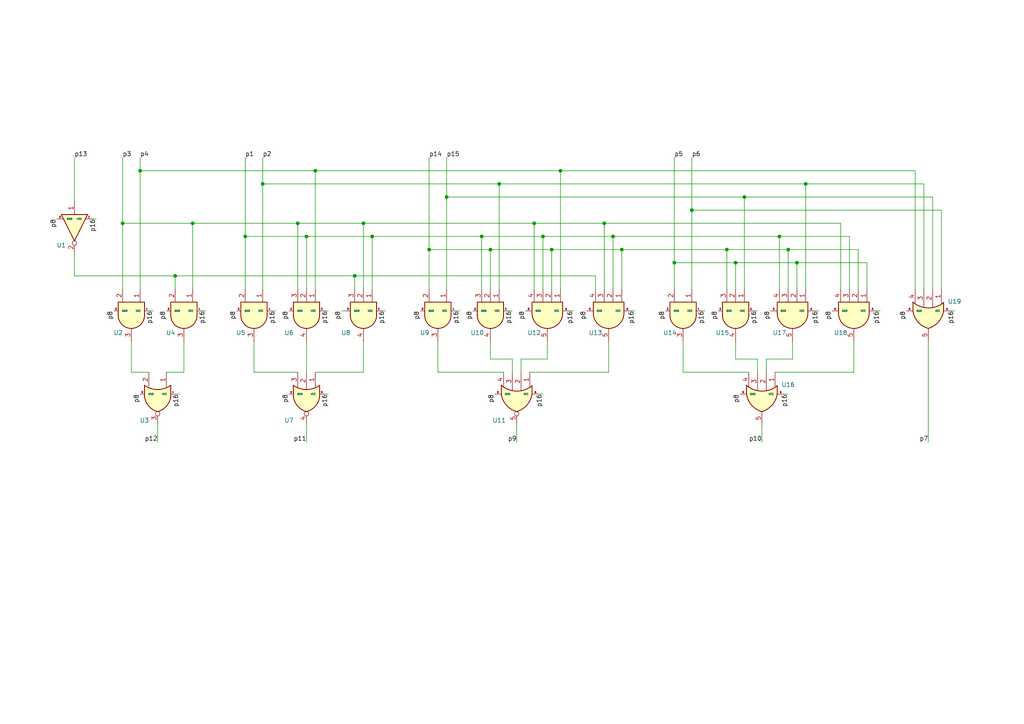
<source format=kicad_sch>
(kicad_sch (version 20231120) (generator "eeschema") (generator_version "8.0")
  (paper "A4")
  (lib_symbols
    (symbol "SimCad:AND2" (pin_names (offset 1.016))
      (property "Reference" "U" (at 2.54 5.08 0))
      (symbol "AND2_1_1"
        (polyline (pts (xy 1.27 3.81) (xy -2.54 3.81) (xy -2.54 -3.81) (xy 1.27 -3.81)) (stroke (width 0.254)) (fill (type background)))
        (arc (start 1.27 -3.81) (mid 5.08 0) (end 1.27 3.81) (stroke (width 0.254)) (fill (type background)))
        (pin input line (at 0 -5.08 90) (length 1.27) (name "GND") (number "0"))
        (pin input line (at -6.35 2.54 0) (length 3.81) (name "~") (number "1"))
        (pin input line (at -6.35 -2.54 0) (length 3.81) (name "~") (number "2"))
        (pin output line (at 8.89 0 180) (length 3.81) (name "~") (number "3"))
        (pin input line (at 0 5.08 270) (length 1.27) (name "VCC") (number "4"))
      )
    )
    (symbol "SimCad:AND3" (pin_names (offset 1.016))
      (property "Reference" "U" (at 2.54 5.08 0))
      (symbol "AND3_1_1"
        (polyline (pts (xy 1.27 3.81) (xy -2.54 3.81) (xy -2.54 -3.81) (xy 1.27 -3.81)) (stroke (width 0.254)) (fill (type background)))
        (arc (start 1.27 -3.81) (mid 5.08 0) (end 1.27 3.81) (stroke (width 0.254)) (fill (type background)))
        (pin input line (at 0 -5.08 90) (length 1.27) (name "GND") (number "0"))
        (pin input line (at -6.35 2.54 0) (length 3.81) (name "~") (number "1"))
        (pin input line (at -6.35 0 0) (length 3.81) (name "~") (number "2"))
        (pin input line (at -6.35 -2.54 0) (length 3.81) (name "~") (number "3"))
        (pin output line (at 8.89 0 180) (length 3.81) (name "~") (number "4"))
        (pin input line (at 0 5.08 270) (length 1.27) (name "VCC") (number "5"))
      )
    )
    (symbol "SimCad:AND4" (pin_names (offset 1.016))
      (property "Reference" "U" (at 2.54 6.35 0))
      (symbol "AND4_1_1"
        (polyline (pts (xy 0.635 4.445) (xy -2.54 4.445) (xy -2.54 -4.445) (xy 0.635 -4.445)) (stroke (width 0.254)) (fill (type background)))
        (arc (start 0.635 -4.445) (mid 5.08 0) (end 0.635 4.445) (stroke (width 0.254)) (fill (type background)))
        (pin input line (at 0 -6.35 90) (length 1.8034) (name "GND") (number "0"))
        (pin input line (at -6.35 3.81 0) (length 3.81) (name "~") (number "1"))
        (pin input line (at -6.35 1.27 0) (length 3.81) (name "~") (number "2"))
        (pin input line (at -6.35 -1.27 0) (length 3.81) (name "~") (number "3"))
        (pin input line (at -6.35 -3.81 0) (length 3.81) (name "~") (number "4"))
        (pin output line (at 8.89 0 180) (length 3.81) (name "~") (number "5"))
        (pin input line (at 0 6.35 270) (length 1.8034) (name "VCC") (number "6"))
      )
    )
    (symbol "SimCad:INV" (pin_names (offset 1.016))
      (property "Reference" "U" (at 2.54 5.08 0))
      (symbol "INV_1_1"
        (polyline (pts (xy -1.27 3.81) (xy -1.27 -3.81) (xy 6.35 0) (xy -1.27 3.81)) (stroke (width 0.254)) (fill (type background)))
        (pin input line (at 0 -5.08 90) (length 1.8034) (name "GND") (number "0"))
        (pin input line (at -5.08 0 0) (length 3.81) (name "~") (number "1"))
        (pin output inverted (at 10.16 0 180) (length 3.81) (name "~") (number "2"))
        (pin input line (at 0 5.08 270) (length 1.8034) (name "VCC") (number "3"))
      )
    )
    (symbol "SimCad:NOR2" (pin_names (offset 1.016))
      (property "Reference" "U" (at 2.54 5.08 0))
      (symbol "NOR2_1_1"
        (arc (start -2.54 -3.81) (mid -1.319 0) (end -2.54 3.81) (stroke (width 0.254)))
        (polyline (pts (xy -2.54 -3.81) (xy 0.635 -3.81)) (stroke (width 0.254)) (fill (type background)))
        (polyline (pts (xy -2.54 3.81) (xy 0.635 3.81)) (stroke (width 0.254)) (fill (type background)))
        (polyline (pts (xy 0.635 3.81) (xy -2.54 3.81) (xy -2.54 3.81) (xy -2.286 3.4036) (xy -1.7526 2.2606) (xy -1.4224 1.0414) (xy -1.3462 -0.254) (xy -1.4986 -1.4986) (xy -1.905 -2.7178) (xy -2.54 -3.81) (xy -2.54 -3.81) (xy 0.635 -3.81)) (stroke (width -25.4)) (fill (type background)))
        (arc (start 0.6604 -3.81) (mid 3.4542 -2.5851) (end 5.08 0) (stroke (width 0.254)) (fill (type background)))
        (arc (start 5.08 0) (mid 3.4615 2.5936) (end 0.6604 3.81) (stroke (width 0.254)) (fill (type background)))
        (pin input line (at 0 -5.08 90) (length 1.27) (name "GND") (number "0"))
        (pin input line (at -6.35 2.54 0) (length 4.318) (name "~") (number "1"))
        (pin input line (at -6.35 -2.54 0) (length 4.318) (name "~") (number "2"))
        (pin output inverted (at 8.89 0 180) (length 3.81) (name "~") (number "3"))
        (pin input line (at 0 5.08 270) (length 1.27) (name "VCC") (number "4"))
      )
    )
    (symbol "SimCad:NOR3" (pin_names (offset 1.016))
      (property "Reference" "U" (at 2.54 5.08 0))
      (symbol "NOR3_1_1"
        (arc (start -2.54 -3.81) (mid -1.319 0) (end -2.54 3.81) (stroke (width 0.254)))
        (polyline (pts (xy -2.54 -3.81) (xy 0.635 -3.81)) (stroke (width 0.254)) (fill (type background)))
        (polyline (pts (xy -2.54 3.81) (xy 0.635 3.81)) (stroke (width 0.254)) (fill (type background)))
        (polyline (pts (xy 0.635 3.81) (xy -2.54 3.81) (xy -2.54 3.81) (xy -2.286 3.4036) (xy -1.7526 2.2606) (xy -1.4224 1.0414) (xy -1.3462 -0.254) (xy -1.4986 -1.4986) (xy -1.905 -2.7178) (xy -2.54 -3.81) (xy -2.54 -3.81) (xy 0.635 -3.81)) (stroke (width -25.4)) (fill (type background)))
        (arc (start 0.6604 -3.81) (mid 3.4542 -2.5851) (end 5.08 0) (stroke (width 0.254)) (fill (type background)))
        (arc (start 5.08 0) (mid 3.4615 2.5936) (end 0.6604 3.81) (stroke (width 0.254)) (fill (type background)))
        (pin input line (at 0 -5.08 90) (length 1.27) (name "GND") (number "0"))
        (pin input line (at -6.35 2.54 0) (length 4.318) (name "~") (number "1"))
        (pin input line (at -6.35 0 0) (length 4.953) (name "~") (number "2"))
        (pin input line (at -6.35 -2.54 0) (length 4.318) (name "~") (number "3"))
        (pin output inverted (at 8.89 0 180) (length 3.81) (name "~") (number "4"))
        (pin input line (at 0 5.08 270) (length 1.27) (name "VCC") (number "5"))
      )
    )
    (symbol "SimCad:NOR4" (pin_names (offset 1.016))
      (property "Reference" "U" (at 2.54 6.35 0))
      (symbol "NOR4_0_1"
        (arc (start -2.54 -4.445) (mid -0.8518 -0.023) (end -2.413 4.445) (stroke (width 0.254)))
        (arc (start 0 -4.445) (mid 3.2076 -2.9869) (end 5.08 0) (stroke (width 0.254)) (fill (type background)))
        (polyline (pts (xy 0 -4.445) (xy -2.54 -4.445)) (stroke (width 0.254)))
        (polyline (pts (xy 0 4.445) (xy -2.413 4.445)) (stroke (width 0.254)))
        (polyline (pts (xy 0 4.445) (xy 0 -4.445) (xy -2.54 -4.445) (xy -1.651 -3.175) (xy -1.016 -1.397) (xy -0.889 -0.254) (xy -0.889 0.635) (xy -1.016 1.651) (xy -1.27 2.286) (xy -1.524 3.048) (xy -1.905 3.683) (xy -2.413 4.445) (xy 0 4.445)) (stroke (width -25.4)) (fill (type background)))
        (arc (start 5.08 0) (mid 3.1803 2.9562) (end 0 4.445) (stroke (width 0.254)) (fill (type background)))
      )
      (symbol "NOR4_1_1"
        (pin input line (at 0 -6.35 90) (length 1.8034) (name "GND") (number "0"))
        (pin input line (at -6.35 3.81 0) (length 4.2926) (name "~") (number "1"))
        (pin input line (at -6.35 1.27 0) (length 5.3086) (name "~") (number "2"))
        (pin input line (at -6.35 -1.27 0) (length 5.3086) (name "~") (number "3"))
        (pin input line (at -6.35 -3.81 0) (length 4.2926) (name "~") (number "4"))
        (pin output inverted (at 8.89 0 180) (length 3.81) (name "~") (number "5"))
        (pin input line (at 0 6.35 270) (length 1.8034) (name "VCC") (number "6"))
      )
    )
    (symbol "SimCad:OR4" (pin_names (offset 1.016))
      (property "Reference" "U" (at 2.54 6.35 0))
      (symbol "OR4_1_1"
        (arc (start -2.54 -4.445) (mid -0.8518 -0.023) (end -2.413 4.445) (stroke (width 0.254)))
        (arc (start 0 -4.445) (mid 3.2076 -2.9869) (end 5.08 0) (stroke (width 0.254)) (fill (type background)))
        (polyline (pts (xy 0 -4.445) (xy -2.54 -4.445)) (stroke (width 0.254)))
        (polyline (pts (xy 0 4.445) (xy -2.413 4.445)) (stroke (width 0.254)))
        (polyline (pts (xy 0 4.445) (xy 0 -4.445) (xy -2.54 -4.445) (xy -1.651 -3.175) (xy -1.016 -1.397) (xy -0.889 -0.254) (xy -0.889 0.635) (xy -1.016 1.651) (xy -1.27 2.286) (xy -1.524 3.048) (xy -1.905 3.683) (xy -2.413 4.445) (xy 0 4.445)) (stroke (width -25.4)) (fill (type background)))
        (arc (start 5.08 0) (mid 3.1803 2.9562) (end 0 4.445) (stroke (width 0.254)) (fill (type background)))
        (pin input line (at 0 -6.35 90) (length 1.8034) (name "GND") (number "0"))
        (pin input line (at -6.35 3.81 0) (length 4.2926) (name "~") (number "1"))
        (pin input line (at -6.35 1.27 0) (length 5.3086) (name "~") (number "2"))
        (pin input line (at -6.35 -1.27 0) (length 5.3086) (name "~") (number "3"))
        (pin input line (at -6.35 -3.81 0) (length 4.2926) (name "~") (number "4"))
        (pin output line (at 8.89 0 180) (length 3.81) (name "~") (number "5"))
        (pin input line (at 0 6.35 270) (length 1.8034) (name "VCC") (number "6"))
      )
    )
  )
  (junction (at 154.94 64.77))
  (junction (at 162.56 49.53))
  (junction (at 228.6 72.39))
  (junction (at 195.58 76.2))
  (junction (at 88.9 68.58))
  (junction (at 40.64 49.53))
  (junction (at 233.68 53.34))
  (junction (at 107.95 68.58))
  (junction (at 124.46 72.39))
  (junction (at 35.56 64.77))
  (junction (at 226.06 68.58))
  (junction (at 129.54 57.15))
  (junction (at 213.36 76.2))
  (junction (at 50.8 80.01))
  (junction (at 180.34 72.39))
  (junction (at 144.78 53.34))
  (junction (at 142.24 72.39))
  (junction (at 160.02 72.39))
  (junction (at 175.26 64.77))
  (junction (at 177.8 68.58))
  (junction (at 157.48 68.58))
  (junction (at 91.44 49.53))
  (junction (at 231.14 76.2))
  (junction (at 102.87 80.01))
  (junction (at 71.12 68.58))
  (junction (at 55.88 64.77))
  (junction (at 86.36 64.77))
  (junction (at 105.41 64.77))
  (junction (at 210.82 72.39))
  (junction (at 76.2 53.34))
  (junction (at 200.66 60.96))
  (junction (at 215.9 57.15))
  (junction (at 139.7 68.58))
  (wire (pts (xy 40.64 45.72) (xy 40.64 49.53)))
  (wire (pts (xy 158.75 104.14) (xy 151.13 104.14)))
  (wire (pts (xy 107.95 68.58) (xy 139.7 68.58)))
  (wire (pts (xy 144.78 53.34) (xy 233.68 53.34)))
  (wire (pts (xy 88.9 123.19) (xy 88.9 128.27)))
  (wire (pts (xy 21.59 45.72) (xy 21.59 58.42)))
  (wire (pts (xy 231.14 76.2) (xy 251.46 76.2)))
  (wire (pts (xy 91.44 107.95) (xy 105.41 107.95)))
  (wire (pts (xy 160.02 72.39) (xy 180.34 72.39)))
  (wire (pts (xy 180.34 72.39) (xy 180.34 83.82)))
  (wire (pts (xy 267.97 53.34) (xy 267.97 83.82)))
  (wire (pts (xy 195.58 45.72) (xy 195.58 76.2)))
  (wire (pts (xy 229.87 99.06) (xy 229.87 104.14)))
  (wire (pts (xy 132.08 90.17) (xy 133.35 90.17)))
  (wire (pts (xy 233.68 53.34) (xy 233.68 83.82)))
  (wire (pts (xy 142.24 72.39) (xy 160.02 72.39)))
  (wire (pts (xy 53.34 99.06) (xy 53.34 107.95)))
  (wire (pts (xy 71.12 68.58) (xy 71.12 83.82)))
  (wire (pts (xy 86.36 64.77) (xy 105.41 64.77)))
  (wire (pts (xy 139.7 68.58) (xy 139.7 83.82)))
  (wire (pts (xy 200.66 45.72) (xy 200.66 60.96)))
  (wire (pts (xy 248.92 72.39) (xy 248.92 83.82)))
  (wire (pts (xy 149.86 123.19) (xy 149.86 128.27)))
  (wire (pts (xy 213.36 76.2) (xy 213.36 83.82)))
  (wire (pts (xy 254 90.17) (xy 255.27 90.17)))
  (wire (pts (xy 35.56 45.72) (xy 35.56 64.77)))
  (wire (pts (xy 50.8 80.01) (xy 21.59 80.01)))
  (wire (pts (xy 172.72 83.82) (xy 172.72 80.01)))
  (wire (pts (xy 127 99.06) (xy 127 107.95)))
  (wire (pts (xy 229.87 104.14) (xy 222.25 104.14)))
  (wire (pts (xy 142.24 99.06) (xy 142.24 104.14)))
  (wire (pts (xy 144.78 53.34) (xy 144.78 83.82)))
  (wire (pts (xy 55.88 64.77) (xy 55.88 83.82)))
  (wire (pts (xy 105.41 107.95) (xy 105.41 99.06)))
  (wire (pts (xy 158.75 99.06) (xy 158.75 104.14)))
  (wire (pts (xy 270.51 57.15) (xy 270.51 83.82)))
  (wire (pts (xy 246.38 68.58) (xy 246.38 83.82)))
  (wire (pts (xy 73.66 107.95) (xy 86.36 107.95)))
  (wire (pts (xy 198.12 107.95) (xy 217.17 107.95)))
  (wire (pts (xy 226.06 68.58) (xy 226.06 83.82)))
  (wire (pts (xy 160.02 83.82) (xy 160.02 72.39)))
  (wire (pts (xy 142.24 72.39) (xy 142.24 83.82)))
  (wire (pts (xy 21.59 80.01) (xy 21.59 73.66)))
  (wire (pts (xy 93.98 114.3) (xy 95.25 114.3)))
  (wire (pts (xy 38.1 107.95) (xy 43.18 107.95)))
  (wire (pts (xy 43.18 90.17) (xy 44.45 90.17)))
  (wire (pts (xy 129.54 45.72) (xy 129.54 57.15)))
  (wire (pts (xy 76.2 53.34) (xy 144.78 53.34)))
  (wire (pts (xy 91.44 49.53) (xy 162.56 49.53)))
  (wire (pts (xy 45.72 123.19) (xy 45.72 128.27)))
  (wire (pts (xy 40.64 49.53) (xy 40.64 83.82)))
  (wire (pts (xy 105.41 64.77) (xy 154.94 64.77)))
  (wire (pts (xy 93.98 90.17) (xy 95.25 90.17)))
  (wire (pts (xy 129.54 57.15) (xy 215.9 57.15)))
  (wire (pts (xy 26.67 63.5) (xy 27.94 63.5)))
  (wire (pts (xy 247.65 99.06) (xy 247.65 107.95)))
  (wire (pts (xy 142.24 104.14) (xy 148.59 104.14)))
  (wire (pts (xy 91.44 49.53) (xy 91.44 83.82)))
  (wire (pts (xy 224.79 107.95) (xy 247.65 107.95)))
  (wire (pts (xy 175.26 64.77) (xy 243.84 64.77)))
  (wire (pts (xy 275.59 90.17) (xy 276.86 90.17)))
  (wire (pts (xy 177.8 68.58) (xy 177.8 83.82)))
  (wire (pts (xy 210.82 72.39) (xy 210.82 83.82)))
  (wire (pts (xy 154.94 64.77) (xy 154.94 83.82)))
  (wire (pts (xy 195.58 76.2) (xy 213.36 76.2)))
  (wire (pts (xy 215.9 57.15) (xy 270.51 57.15)))
  (wire (pts (xy 124.46 45.72) (xy 124.46 72.39)))
  (wire (pts (xy 105.41 64.77) (xy 105.41 83.82)))
  (wire (pts (xy 265.43 49.53) (xy 265.43 83.82)))
  (wire (pts (xy 175.26 64.77) (xy 175.26 83.82)))
  (wire (pts (xy 151.13 104.14) (xy 151.13 107.95)))
  (wire (pts (xy 273.05 60.96) (xy 273.05 83.82)))
  (wire (pts (xy 73.66 99.06) (xy 73.66 107.95)))
  (wire (pts (xy 233.68 53.34) (xy 267.97 53.34)))
  (wire (pts (xy 154.94 64.77) (xy 175.26 64.77)))
  (wire (pts (xy 198.12 99.06) (xy 198.12 107.95)))
  (wire (pts (xy 228.6 72.39) (xy 248.92 72.39)))
  (wire (pts (xy 203.2 90.17) (xy 204.47 90.17)))
  (wire (pts (xy 107.95 68.58) (xy 107.95 83.82)))
  (wire (pts (xy 50.8 114.3) (xy 52.07 114.3)))
  (wire (pts (xy 165.1 90.17) (xy 166.37 90.17)))
  (wire (pts (xy 88.9 99.06) (xy 88.9 107.95)))
  (wire (pts (xy 76.2 45.72) (xy 76.2 53.34)))
  (wire (pts (xy 269.24 99.06) (xy 269.24 128.27)))
  (wire (pts (xy 102.87 80.01) (xy 102.87 83.82)))
  (wire (pts (xy 78.74 90.17) (xy 80.01 90.17)))
  (wire (pts (xy 162.56 49.53) (xy 265.43 49.53)))
  (wire (pts (xy 102.87 80.01) (xy 50.8 80.01)))
  (wire (pts (xy 157.48 68.58) (xy 157.48 83.82)))
  (wire (pts (xy 157.48 68.58) (xy 177.8 68.58)))
  (wire (pts (xy 213.36 104.14) (xy 219.71 104.14)))
  (wire (pts (xy 182.88 90.17) (xy 184.15 90.17)))
  (wire (pts (xy 124.46 72.39) (xy 142.24 72.39)))
  (wire (pts (xy 200.66 60.96) (xy 200.66 83.82)))
  (wire (pts (xy 100.33 90.17) (xy 99.06 90.17)))
  (wire (pts (xy 219.71 104.14) (xy 219.71 107.95)))
  (wire (pts (xy 210.82 72.39) (xy 228.6 72.39)))
  (wire (pts (xy 176.53 99.06) (xy 176.53 107.95)))
  (wire (pts (xy 236.22 90.17) (xy 237.49 90.17)))
  (wire (pts (xy 222.25 104.14) (xy 222.25 107.95)))
  (wire (pts (xy 177.8 68.58) (xy 226.06 68.58)))
  (wire (pts (xy 129.54 57.15) (xy 129.54 83.82)))
  (wire (pts (xy 147.32 90.17) (xy 148.59 90.17)))
  (wire (pts (xy 156.21 114.3) (xy 157.48 114.3)))
  (wire (pts (xy 50.8 80.01) (xy 50.8 83.82)))
  (wire (pts (xy 213.36 99.06) (xy 213.36 104.14)))
  (wire (pts (xy 228.6 72.39) (xy 228.6 83.82)))
  (wire (pts (xy 110.49 90.17) (xy 111.76 90.17)))
  (wire (pts (xy 71.12 45.72) (xy 71.12 68.58)))
  (wire (pts (xy 88.9 68.58) (xy 107.95 68.58)))
  (wire (pts (xy 218.44 90.17) (xy 219.71 90.17)))
  (wire (pts (xy 231.14 76.2) (xy 231.14 83.82)))
  (wire (pts (xy 180.34 72.39) (xy 210.82 72.39)))
  (wire (pts (xy 251.46 76.2) (xy 251.46 83.82)))
  (wire (pts (xy 243.84 64.77) (xy 243.84 83.82)))
  (wire (pts (xy 124.46 72.39) (xy 124.46 83.82)))
  (wire (pts (xy 55.88 64.77) (xy 86.36 64.77)))
  (wire (pts (xy 71.12 68.58) (xy 88.9 68.58)))
  (wire (pts (xy 76.2 53.34) (xy 76.2 83.82)))
  (wire (pts (xy 215.9 57.15) (xy 215.9 83.82)))
  (wire (pts (xy 139.7 68.58) (xy 157.48 68.58)))
  (wire (pts (xy 200.66 60.96) (xy 273.05 60.96)))
  (wire (pts (xy 53.34 107.95) (xy 48.26 107.95)))
  (wire (pts (xy 195.58 76.2) (xy 195.58 83.82)))
  (wire (pts (xy 172.72 80.01) (xy 102.87 80.01)))
  (wire (pts (xy 58.42 90.17) (xy 59.69 90.17)))
  (wire (pts (xy 226.06 68.58) (xy 246.38 68.58)))
  (wire (pts (xy 220.98 123.19) (xy 220.98 128.27)))
  (wire (pts (xy 86.36 64.77) (xy 86.36 83.82)))
  (wire (pts (xy 153.67 107.95) (xy 176.53 107.95)))
  (wire (pts (xy 88.9 68.58) (xy 88.9 83.82)))
  (wire (pts (xy 127 107.95) (xy 146.05 107.95)))
  (wire (pts (xy 35.56 64.77) (xy 55.88 64.77)))
  (wire (pts (xy 148.59 104.14) (xy 148.59 107.95)))
  (wire (pts (xy 213.36 76.2) (xy 231.14 76.2)))
  (wire (pts (xy 35.56 64.77) (xy 35.56 83.82)))
  (wire (pts (xy 40.64 49.53) (xy 91.44 49.53)))
  (wire (pts (xy 162.56 49.53) (xy 162.56 83.82)))
  (wire (pts (xy 227.33 114.3) (xy 228.6 114.3)))
  (wire (pts (xy 38.1 99.06) (xy 38.1 107.95)))
  (label "p16" (at 157.48 114.3 270))
  (label "p8" (at 241.3 90.17 270))
  (label "p8" (at 40.64 114.3 270))
  (label "p16" (at 237.49 90.17 270))
  (label "p8" (at 68.58 90.17 270))
  (label "p4" (at 40.64 45.72 0))
  (label "p10" (at 220.98 128.27 180))
  (label "p8" (at 193.04 90.17 270))
  (label "p8" (at 262.89 90.17 270))
  (label "p5" (at 195.58 45.72 0))
  (label "p8" (at 152.4 90.17 270))
  (label "p8" (at 16.51 63.5 270))
  (label "p2" (at 76.2 45.72 0))
  (label "p16" (at 52.07 114.3 270))
  (label "p16" (at 44.45 90.17 270))
  (label "p8" (at 99.06 90.17 270))
  (label "p14" (at 124.46 45.72 0))
  (label "p8" (at 121.92 90.17 270))
  (label "p16" (at 204.47 90.17 270))
  (label "p8" (at 33.02 90.17 270))
  (label "p16" (at 80.01 90.17 270))
  (label "p8" (at 170.18 90.17 270))
  (label "p1" (at 71.12 45.72 0))
  (label "p16" (at 95.25 90.17 270))
  (label "p13" (at 21.59 45.72 0))
  (label "p16" (at 276.86 90.17 270))
  (label "p8" (at 83.82 114.3 270))
  (label "p16" (at 184.15 90.17 270))
  (label "p16" (at 255.27 90.17 270))
  (label "p8" (at 223.52 90.17 270))
  (label "p6" (at 200.66 45.72 0))
  (label "p7" (at 269.24 128.27 180))
  (label "p8" (at 48.26 90.17 270))
  (label "p9" (at 149.86 128.27 180))
  (label "p16" (at 166.37 90.17 270))
  (label "p8" (at 83.82 90.17 270))
  (label "p3" (at 35.56 45.72 0))
  (label "p16" (at 59.69 90.17 270))
  (label "p16" (at 111.76 90.17 270))
  (label "p8" (at 143.51 114.3 270))
  (label "p15" (at 129.54 45.72 0))
  (label "p12" (at 45.72 128.27 180))
  (label "p8" (at 208.28 90.17 270))
  (label "p16" (at 219.71 90.17 270))
  (label "p16" (at 228.6 114.3 270))
  (label "p16" (at 148.59 90.17 270))
  (label "p16" (at 133.35 90.17 270))
  (label "p8" (at 137.16 90.17 270))
  (label "p16" (at 27.94 63.5 270))
  (label "p11" (at 88.9 128.27 180))
  (label "p8" (at 214.63 114.3 270))
  (label "p16" (at 95.25 114.3 270))
  (symbol (lib_id "SimCad:INV") (at 21.59 63.5 270) (unit 1)
    (property "Reference" "U1" (at 17.78 71.12 90))
    (property "Value" "INV" (effects (hide yes)))
  )
  (symbol (lib_id "SimCad:AND3") (at 213.36 90.17 270) (unit 1)
    (property "Reference" "U15" (at 209.55 96.52 90))
    (property "Value" "AND3" (effects (hide yes)))
  )
  (symbol (lib_id "SimCad:OR4") (at 269.24 90.17 270) (unit 1)
    (property "Reference" "U19" (at 276.86 87.4392 90))
    (property "Value" "OR4" (effects (hide yes)))
  )
  (symbol (lib_id "SimCad:OR4") (at 220.98 114.3 270) (unit 1)
    (property "Reference" "U16" (at 228.6 111.5692 90))
    (property "Value" "OR4" (effects (hide yes)))
  )
  (symbol (lib_id "SimCad:AND4") (at 158.75 90.17 270) (unit 1)
    (property "Reference" "U12" (at 154.94 96.52 90))
    (property "Value" "AND4" (effects (hide yes)))
  )
  (symbol (lib_id "SimCad:AND2") (at 53.34 90.17 270) (unit 1)
    (property "Reference" "U4" (at 49.53 96.52 90))
    (property "Value" "AND2" (effects (hide yes)))
  )
  (symbol (lib_id "SimCad:NOR2") (at 45.72 114.3 270) (unit 1)
    (property "Reference" "U3" (at 41.91 121.92 90))
    (property "Value" "NOR2" (effects (hide yes)))
  )
  (symbol (lib_id "SimCad:AND2") (at 38.1 90.17 270) (unit 1)
    (property "Reference" "U2" (at 34.29 96.52 90))
    (property "Value" "AND2" (effects (hide yes)))
  )
  (symbol (lib_id "SimCad:AND2") (at 127 90.17 270) (unit 1)
    (property "Reference" "U9" (at 123.19 96.52 90))
    (property "Value" "AND2" (effects (hide yes)))
  )
  (symbol (lib_id "SimCad:AND2") (at 198.12 90.17 270) (unit 1)
    (property "Reference" "U14" (at 194.31 96.52 90))
    (property "Value" "AND2" (effects (hide yes)))
  )
  (symbol (lib_id "SimCad:AND3") (at 88.9 90.17 270) (unit 1)
    (property "Reference" "U6" (at 83.82 96.52 90))
    (property "Value" "AND3" (effects (hide yes)))
  )
  (symbol (lib_id "SimCad:AND2") (at 73.66 90.17 270) (unit 1)
    (property "Reference" "U5" (at 69.85 96.52 90))
    (property "Value" "AND2" (effects (hide yes)))
  )
  (symbol (lib_id "SimCad:NOR3") (at 88.9 114.3 270) (unit 1)
    (property "Reference" "U7" (at 83.82 121.92 90))
    (property "Value" "NOR3" (effects (hide yes)))
  )
  (symbol (lib_id "SimCad:AND3") (at 105.41 90.17 270) (unit 1)
    (property "Reference" "U8" (at 100.33 96.52 90))
    (property "Value" "AND3" (effects (hide yes)))
  )
  (symbol (lib_id "SimCad:NOR4") (at 149.86 114.3 270) (unit 1)
    (property "Reference" "U11" (at 144.78 121.92 90))
    (property "Value" "NOR4" (effects (hide yes)))
  )
  (symbol (lib_id "SimCad:AND4") (at 176.53 90.17 270) (unit 1)
    (property "Reference" "U13" (at 172.72 96.52 90))
    (property "Value" "AND4" (effects (hide yes)))
  )
  (symbol (lib_id "SimCad:AND4") (at 247.65 90.17 270) (unit 1)
    (property "Reference" "U18" (at 243.84 96.52 90))
    (property "Value" "AND4" (effects (hide yes)))
  )
  (symbol (lib_id "SimCad:AND4") (at 229.87 90.17 270) (unit 1)
    (property "Reference" "U17" (at 226.06 96.52 90))
    (property "Value" "AND4" (effects (hide yes)))
  )
  (symbol (lib_id "SimCad:AND3") (at 142.24 90.17 270) (unit 1)
    (property "Reference" "U10" (at 138.43 96.52 90))
    (property "Value" "AND3" (effects (hide yes)))
  )
)
</source>
